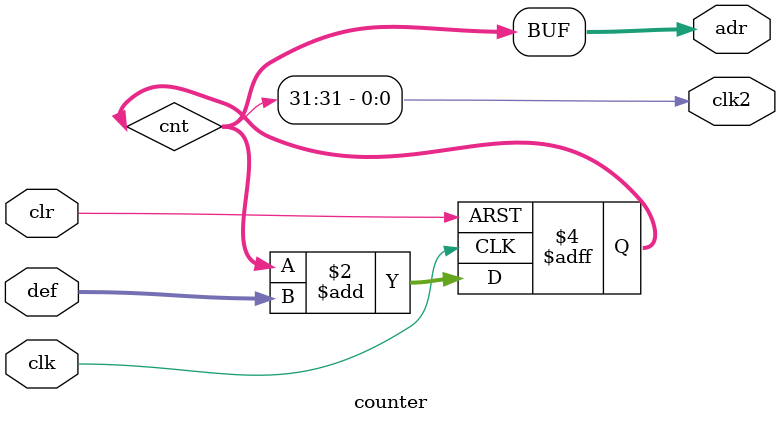
<source format=v>
/*
*   Introduction to FPGA and Verilog
*
*   Viktor Prutyanov, 2019
*
*   Counter to 10
*/

module counter(
    input clk,
	 input clr,
	 input [31:0]def,
	 output clk2,
    output [31:0]adr
);

reg [31:0]cnt = 0;

assign adr = cnt;

assign clk2 = cnt[31];

always @(posedge clk or posedge clr) begin
    if (clr)
        cnt <= 0;
    else
        cnt <= cnt + def;
end

endmodule

</source>
